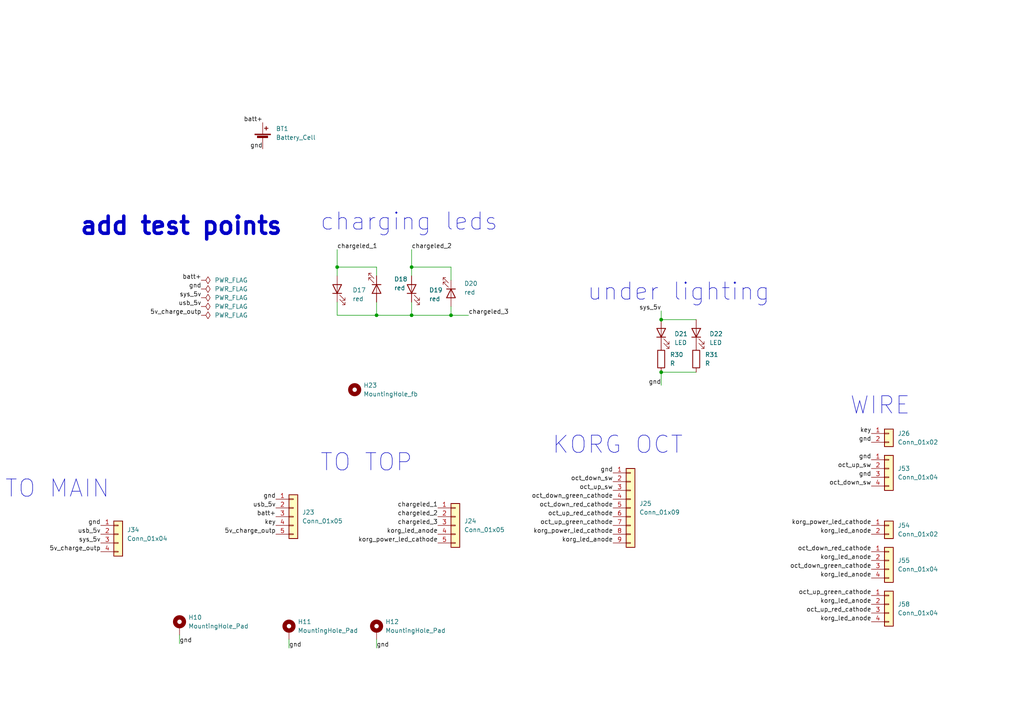
<source format=kicad_sch>
(kicad_sch (version 20211123) (generator eeschema)
  (paper "A4")
  (lib_symbols
    (symbol "Connector_Generic:Conn_01x02" (pin_names (offset 1.016) hide)
      (property "Reference" "J" (at 0 2.54 0))
      (property "Value" "Conn_01x02" (at 0 -5.08 0))
      (symbol "Conn_01x02_1_1"
        (rectangle (start -1.27 -2.413) (end 0 -2.667) (stroke (width 0.1524)))
        (rectangle (start -1.27 0.127) (end 0 -0.127) (stroke (width 0.1524)))
        (rectangle (start -1.27 1.27) (end 1.27 -3.81) (stroke (width 0.254)) (fill (type background)))
        (pin passive line (at -5.08 0 0) (length 3.81) (name "Pin_1") (number "1"))
        (pin passive line (at -5.08 -2.54 0) (length 3.81) (name "Pin_2") (number "2"))
      )
    )
    (symbol "Connector_Generic:Conn_01x04" (pin_names (offset 1.016) hide)
      (property "Reference" "J" (at 0 5.08 0))
      (property "Value" "Conn_01x04" (at 0 -7.62 0))
      (symbol "Conn_01x04_1_1"
        (rectangle (start -1.27 -4.953) (end 0 -5.207) (stroke (width 0.1524)))
        (rectangle (start -1.27 -2.413) (end 0 -2.667) (stroke (width 0.1524)))
        (rectangle (start -1.27 0.127) (end 0 -0.127) (stroke (width 0.1524)))
        (rectangle (start -1.27 2.667) (end 0 2.413) (stroke (width 0.1524)))
        (rectangle (start -1.27 3.81) (end 1.27 -6.35) (stroke (width 0.254)) (fill (type background)))
        (pin passive line (at -5.08 2.54 0) (length 3.81) (name "Pin_1") (number "1"))
        (pin passive line (at -5.08 0 0) (length 3.81) (name "Pin_2") (number "2"))
        (pin passive line (at -5.08 -2.54 0) (length 3.81) (name "Pin_3") (number "3"))
        (pin passive line (at -5.08 -5.08 0) (length 3.81) (name "Pin_4") (number "4"))
      )
    )
    (symbol "Connector_Generic:Conn_01x05" (pin_names (offset 1.016) hide)
      (property "Reference" "J" (at 0 7.62 0))
      (property "Value" "Conn_01x05" (at 0 -7.62 0))
      (symbol "Conn_01x05_1_1"
        (rectangle (start -1.27 -4.953) (end 0 -5.207) (stroke (width 0.1524)))
        (rectangle (start -1.27 -2.413) (end 0 -2.667) (stroke (width 0.1524)))
        (rectangle (start -1.27 0.127) (end 0 -0.127) (stroke (width 0.1524)))
        (rectangle (start -1.27 2.667) (end 0 2.413) (stroke (width 0.1524)))
        (rectangle (start -1.27 5.207) (end 0 4.953) (stroke (width 0.1524)))
        (rectangle (start -1.27 6.35) (end 1.27 -6.35) (stroke (width 0.254)) (fill (type background)))
        (pin passive line (at -5.08 5.08 0) (length 3.81) (name "Pin_1") (number "1"))
        (pin passive line (at -5.08 2.54 0) (length 3.81) (name "Pin_2") (number "2"))
        (pin passive line (at -5.08 0 0) (length 3.81) (name "Pin_3") (number "3"))
        (pin passive line (at -5.08 -2.54 0) (length 3.81) (name "Pin_4") (number "4"))
        (pin passive line (at -5.08 -5.08 0) (length 3.81) (name "Pin_5") (number "5"))
      )
    )
    (symbol "Connector_Generic:Conn_01x09" (pin_names (offset 1.016) hide)
      (property "Reference" "J" (at 0 12.7 0))
      (property "Value" "Conn_01x09" (at 0 -12.7 0))
      (symbol "Conn_01x09_1_1"
        (rectangle (start -1.27 -10.033) (end 0 -10.287) (stroke (width 0.1524)))
        (rectangle (start -1.27 -7.493) (end 0 -7.747) (stroke (width 0.1524)))
        (rectangle (start -1.27 -4.953) (end 0 -5.207) (stroke (width 0.1524)))
        (rectangle (start -1.27 -2.413) (end 0 -2.667) (stroke (width 0.1524)))
        (rectangle (start -1.27 0.127) (end 0 -0.127) (stroke (width 0.1524)))
        (rectangle (start -1.27 2.667) (end 0 2.413) (stroke (width 0.1524)))
        (rectangle (start -1.27 5.207) (end 0 4.953) (stroke (width 0.1524)))
        (rectangle (start -1.27 7.747) (end 0 7.493) (stroke (width 0.1524)))
        (rectangle (start -1.27 10.287) (end 0 10.033) (stroke (width 0.1524)))
        (rectangle (start -1.27 11.43) (end 1.27 -11.43) (stroke (width 0.254)) (fill (type background)))
        (pin passive line (at -5.08 10.16 0) (length 3.81) (name "Pin_1") (number "1"))
        (pin passive line (at -5.08 7.62 0) (length 3.81) (name "Pin_2") (number "2"))
        (pin passive line (at -5.08 5.08 0) (length 3.81) (name "Pin_3") (number "3"))
        (pin passive line (at -5.08 2.54 0) (length 3.81) (name "Pin_4") (number "4"))
        (pin passive line (at -5.08 0 0) (length 3.81) (name "Pin_5") (number "5"))
        (pin passive line (at -5.08 -2.54 0) (length 3.81) (name "Pin_6") (number "6"))
        (pin passive line (at -5.08 -5.08 0) (length 3.81) (name "Pin_7") (number "7"))
        (pin passive line (at -5.08 -7.62 0) (length 3.81) (name "Pin_8") (number "8"))
        (pin passive line (at -5.08 -10.16 0) (length 3.81) (name "Pin_9") (number "9"))
      )
    )
    (symbol "Device:Battery_Cell" (pin_numbers hide) (pin_names (offset 0) hide)
      (property "Reference" "BT" (at 2.54 2.54 0))
      (property "Value" "Battery_Cell" (at 2.54 0 0))
      (symbol "Battery_Cell_0_1"
        (rectangle (start -2.286 1.778) (end 2.286 1.524) (fill (type outline)))
        (rectangle (start -1.5748 1.1938) (end 1.4732 0.6858) (fill (type outline)))
        (polyline (pts (xy 0 0.762) (xy 0 0)))
        (polyline (pts (xy 0 1.778) (xy 0 2.54)))
        (polyline (pts (xy 0.508 3.429) (xy 1.524 3.429)) (stroke (width 0.254)))
        (polyline (pts (xy 1.016 3.937) (xy 1.016 2.921)) (stroke (width 0.254)))
      )
      (symbol "Battery_Cell_1_1"
        (pin passive line (at 0 5.08 270) (length 2.54) (name "+") (number "1"))
        (pin passive line (at 0 -2.54 90) (length 2.54) (name "-") (number "2"))
      )
    )
    (symbol "Device:LED" (pin_numbers hide) (pin_names (offset 1.016) hide)
      (property "Reference" "D" (at 0 2.54 0))
      (property "Value" "LED" (at 0 -2.54 0))
      (symbol "LED_0_1"
        (polyline (pts (xy -1.27 -1.27) (xy -1.27 1.27)) (stroke (width 0.254)))
        (polyline (pts (xy -1.27 0) (xy 1.27 0)))
        (polyline (pts (xy 1.27 -1.27) (xy 1.27 1.27) (xy -1.27 0) (xy 1.27 -1.27)) (stroke (width 0.254)))
        (polyline (pts (xy -3.048 -0.762) (xy -4.572 -2.286) (xy -3.81 -2.286) (xy -4.572 -2.286) (xy -4.572 -1.524)))
        (polyline (pts (xy -1.778 -0.762) (xy -3.302 -2.286) (xy -2.54 -2.286) (xy -3.302 -2.286) (xy -3.302 -1.524)))
      )
      (symbol "LED_1_1"
        (pin passive line (at -3.81 0 0) (length 2.54) (name "K") (number "1"))
        (pin passive line (at 3.81 0 180) (length 2.54) (name "A") (number "2"))
      )
    )
    (symbol "Device:R" (pin_numbers hide) (pin_names (offset 0))
      (property "Reference" "R" (at 2.032 0 90))
      (property "Value" "R" (at 0 0 90))
      (symbol "R_0_1"
        (rectangle (start -1.016 -2.54) (end 1.016 2.54) (stroke (width 0.254)))
      )
      (symbol "R_1_1"
        (pin passive line (at 0 3.81 270) (length 1.27) (name "~") (number "1"))
        (pin passive line (at 0 -3.81 90) (length 1.27) (name "~") (number "2"))
      )
    )
    (symbol "Mechanical:MountingHole" (pin_names (offset 1.016))
      (property "Reference" "H" (at 0 5.08 0))
      (property "Value" "MountingHole" (at 0 3.175 0))
      (symbol "MountingHole_0_1"
        (circle (center 0 0) (radius 1.27) (stroke (width 1.27)))
      )
    )
    (symbol "Mechanical:MountingHole_Pad" (pin_numbers hide) (pin_names (offset 1.016) hide)
      (property "Reference" "H" (at 0 6.35 0))
      (property "Value" "MountingHole_Pad" (at 0 4.445 0))
      (symbol "MountingHole_Pad_0_1"
        (circle (center 0 1.27) (radius 1.27) (stroke (width 1.27)))
      )
      (symbol "MountingHole_Pad_1_1"
        (pin input line (at 0 -2.54 90) (length 2.54) (name "1") (number "1"))
      )
    )
    (symbol "power:PWR_FLAG" (power) (pin_numbers hide) (pin_names (offset 0) hide)
      (property "Value" "PWR_FLAG" (at 0 3.81 0))
      (symbol "PWR_FLAG_0_0"
        (pin power_out line (at 0 0 90) (length 0) (name "pwr") (number "1"))
      )
      (symbol "PWR_FLAG_0_1"
        (polyline (pts (xy 0 0) (xy 0 1.27) (xy -1.016 1.905) (xy 0 2.54) (xy 1.016 1.905) (xy 0 1.27)))
      )
    )
  )
  (junction (at 191.77 107.95))
  (junction (at 119.38 77.47))
  (junction (at 109.22 91.44))
  (junction (at 97.79 77.47))
  (junction (at 191.77 92.71))
  (junction (at 130.81 91.44))
  (junction (at 119.38 91.44))
  (wire (pts (xy 191.77 90.17) (xy 191.77 92.71)))
  (wire (pts (xy 97.79 87.63) (xy 97.79 91.44)))
  (wire (pts (xy 119.38 91.44) (xy 130.81 91.44)))
  (wire (pts (xy 191.77 92.71) (xy 201.93 92.71)))
  (wire (pts (xy 191.77 107.95) (xy 201.93 107.95)))
  (wire (pts (xy 109.22 91.44) (xy 119.38 91.44)))
  (wire (pts (xy 109.22 187.96) (xy 109.22 185.42)))
  (wire (pts (xy 119.38 87.63) (xy 119.38 91.44)))
  (wire (pts (xy 109.22 77.47) (xy 97.79 77.47)))
  (wire (pts (xy 109.22 80.01) (xy 109.22 77.47)))
  (wire (pts (xy 119.38 72.39) (xy 119.38 77.47)))
  (wire (pts (xy 97.79 91.44) (xy 109.22 91.44)))
  (wire (pts (xy 130.81 88.9) (xy 130.81 91.44)))
  (wire (pts (xy 130.81 81.28) (xy 130.81 77.47)))
  (wire (pts (xy 191.77 111.76) (xy 191.77 107.95)))
  (wire (pts (xy 119.38 77.47) (xy 130.81 77.47)))
  (wire (pts (xy 97.79 77.47) (xy 97.79 72.39)))
  (wire (pts (xy 52.07 186.69) (xy 52.07 184.15)))
  (wire (pts (xy 130.81 91.44) (xy 135.89 91.44)))
  (wire (pts (xy 119.38 77.47) (xy 119.38 80.01)))
  (wire (pts (xy 83.82 187.96) (xy 83.82 185.42)))
  (wire (pts (xy 97.79 80.01) (xy 97.79 77.47)))
  (wire (pts (xy 109.22 87.63) (xy 109.22 91.44)))
  (text "under lighting" (at 170.18 87.63 0) (effects (font (size 5 5)) (justify left bottom)))
  (text "add test points" (at 22.86 68.58 0) (effects (font (size 5 5) (thickness 1) bold) (justify left bottom)))
  (text "TO MAIN" (at 1.27 144.78 0) (effects (font (size 5 5)) (justify left bottom)))
  (text "charging leds" (at 92.71 67.31 0) (effects (font (size 5 5)) (justify left bottom)))
  (text "WIRE" (at 246.38 120.65 0) (effects (font (size 5 5)) (justify left bottom)))
  (text "TO TOP" (at 92.71 137.16 0) (effects (font (size 5 5)) (justify left bottom)))
  (text "KORG OCT" (at 160.02 132.08 0) (effects (font (size 5 5)) (justify left bottom)))
  (label "sys_5v" (at 58.42 86.36 180))
  (label "korg_led_anode" (at 252.73 167.64 180))
  (label "oct_up_green_cathode" (at 252.73 172.72 180))
  (label "batt+" (at 76.2 35.56 180))
  (label "gnd" (at 252.73 133.35 180))
  (label "gnd" (at 109.22 187.96 0))
  (label "oct_down_sw" (at 177.8 139.7 180))
  (label "oct_up_sw" (at 177.8 142.24 180))
  (label "korg_led_anode" (at 127 154.94 180))
  (label "oct_down_sw" (at 252.73 140.97 180))
  (label "korg_power_led_cathode" (at 252.73 152.4 180))
  (label "korg_power_led_cathode" (at 127 157.48 180))
  (label "chargeled_2" (at 127 149.86 180))
  (label "chargeled_1" (at 127 147.32 180))
  (label "oct_up_green_cathode" (at 177.8 152.4 180))
  (label "korg_led_anode" (at 252.73 154.94 180))
  (label "sys_5v" (at 191.77 90.17 180))
  (label "oct_down_red_cathode" (at 252.73 160.02 180))
  (label "gnd" (at 252.73 128.27 180))
  (label "gnd" (at 191.77 111.76 180))
  (label "5v_charge_outp" (at 58.42 91.44 180))
  (label "5v_charge_outp" (at 29.21 160.02 180))
  (label "usb_5v" (at 29.21 154.94 180))
  (label "chargeled_3" (at 135.89 91.44 0))
  (label "oct_up_sw" (at 252.73 135.89 180))
  (label "gnd" (at 177.8 137.16 180))
  (label "usb_5v" (at 80.01 147.32 180))
  (label "chargeled_2" (at 119.38 72.39 0))
  (label "chargeled_1" (at 97.79 72.39 0))
  (label "oct_down_red_cathode" (at 177.8 147.32 180))
  (label "oct_down_green_cathode" (at 177.8 144.78 180))
  (label "gnd" (at 252.73 138.43 180))
  (label "oct_down_green_cathode" (at 252.73 165.1 180))
  (label "korg_led_anode" (at 177.8 157.48 180))
  (label "chargeled_3" (at 127 152.4 180))
  (label "gnd" (at 29.21 152.4 180))
  (label "key" (at 252.73 125.73 180))
  (label "korg_led_anode" (at 252.73 162.56 180))
  (label "gnd" (at 76.2 43.18 180))
  (label "key" (at 80.01 152.4 180))
  (label "oct_up_red_cathode" (at 252.73 177.8 180))
  (label "batt+" (at 80.01 149.86 180))
  (label "korg_led_anode" (at 252.73 180.34 180))
  (label "sys_5v" (at 29.21 157.48 180))
  (label "batt+" (at 58.42 81.28 180))
  (label "korg_led_anode" (at 252.73 175.26 180))
  (label "usb_5v" (at 58.42 88.9 180))
  (label "oct_up_red_cathode" (at 177.8 149.86 180))
  (label "korg_power_led_cathode" (at 177.8 154.94 180))
  (label "gnd" (at 80.01 144.78 180))
  (label "5v_charge_outp" (at 80.01 154.94 180))
  (label "gnd" (at 83.82 187.96 0))
  (label "gnd" (at 52.07 186.69 0))
  (label "gnd" (at 58.42 83.82 180))
  (symbol (lib_id "Connector_Generic:Conn_01x05") (at 132.08 152.4 0) (unit 1)
    (property "Reference" "J24" (at 134.62 151.1299 0) (effects (justify left)))
    (property "Value" "Conn_01x05" (at 134.62 153.6699 0) (effects (justify left)))
    (property "Footprint" "Connector_PinSocket_2.54mm:PinSocket_1x05_P2.54mm_Vertical" (effects hide))
    (property "LCSC" "C50950" (effects hide))
    (property "LCSC part number" "C50950" (effects hide))
  )
  (symbol (lib_id "Mechanical:MountingHole") (at 102.87 113.03 0) (unit 1) (in_bom no)
    (property "Reference" "H23" (at 105.41 111.7599 0) (effects (justify left)))
    (property "Value" "MountingHole_fb" (at 105.41 114.2999 0) (effects (justify left)))
    (property "Footprint" "MountingHole:MountingHole_5.3mm_M5" (effects hide))
  )
  (symbol (lib_id "Connector_Generic:Conn_01x04") (at 257.81 162.56 0) (unit 1) (in_bom no)
    (property "Reference" "J55" (at 260.35 162.5599 0) (effects (justify left)))
    (property "Value" "Conn_01x04" (at 260.35 165.0999 0) (effects (justify left)))
    (property "Footprint" "Connector_JST:JST_PH_B4B-PH-K_1x04_P2.00mm_Vertical" (effects hide))
  )
  (symbol (lib_id "Connector_Generic:Conn_01x02") (at 257.81 125.73 0) (unit 1) (in_bom no)
    (property "Reference" "J26" (at 260.35 125.7299 0) (effects (justify left)))
    (property "Value" "Conn_01x02" (at 260.35 128.2699 0) (effects (justify left)))
    (property "Footprint" "Connector_JST:JST_PH_B2B-PH-K_1x02_P2.00mm_Vertical" (effects hide))
  )
  (symbol (lib_id "Connector_Generic:Conn_01x05") (at 85.09 149.86 0) (unit 1)
    (property "Reference" "J23" (at 87.63 148.5899 0) (effects (justify left)))
    (property "Value" "Conn_01x05" (at 87.63 151.1299 0) (effects (justify left)))
    (property "Footprint" "Connector_PinSocket_2.54mm:PinSocket_1x05_P2.54mm_Vertical" (effects hide))
    (property "LCSC" "C50950" (effects hide))
    (property "LCSC part number" "C50950" (effects hide))
  )
  (symbol (lib_id "power:PWR_FLAG") (at 58.42 91.44 270) (unit 1)
    (property "Reference" "#FLG06" (effects hide))
    (property "Value" "PWR_FLAG" (at 62.23 91.4399 90) (effects (justify left)))
  )
  (symbol (lib_id "Connector_Generic:Conn_01x04") (at 34.29 154.94 0) (unit 1) (in_bom no)
    (property "Reference" "J34" (at 36.83 153.6699 0) (effects (justify left)))
    (property "Value" "Conn_01x04" (at 36.83 156.2099 0) (effects (justify left)))
    (property "Footprint" "Connector_JST:JST_PH_B4B-PH-K_1x04_P2.00mm_Vertical" (effects hide))
  )
  (symbol (lib_id "Device:R") (at 201.93 104.14 0) (unit 1) (in_bom no)
    (property "Reference" "R31" (at 204.47 102.8699 0) (effects (justify left)))
    (property "Value" "R" (at 204.47 105.4099 0) (effects (justify left)))
    (property "Footprint" "Resistor_THT:R_Axial_Power_L25.0mm_W9.0mm_P27.94mm" (effects hide))
  )
  (symbol (lib_id "Device:LED") (at 191.77 96.52 90) (unit 1) (in_bom no)
    (property "Reference" "D21" (at 195.58 96.8374 90) (effects (justify right)))
    (property "Value" "LED" (at 195.58 99.3774 90) (effects (justify right)))
    (property "Footprint" "clarinoid2:LED_D5.0mm_withbottomtext" (effects hide))
  )
  (symbol (lib_id "Connector_Generic:Conn_01x02") (at 257.81 152.4 0) (unit 1) (in_bom no)
    (property "Reference" "J54" (at 260.35 152.3999 0) (effects (justify left)))
    (property "Value" "Conn_01x02" (at 260.35 154.9399 0) (effects (justify left)))
    (property "Footprint" "Connector_JST:JST_PH_B2B-PH-K_1x02_P2.00mm_Vertical" (effects hide))
  )
  (symbol (lib_id "Connector_Generic:Conn_01x09") (at 182.88 147.32 0) (unit 1) (in_bom no)
    (property "Reference" "J25" (at 185.42 146.0499 0) (effects (justify left)))
    (property "Value" "Conn_01x09" (at 185.42 148.5899 0) (effects (justify left)))
    (property "Footprint" "Connector_JST:JST_PH_B9B-PH-K_1x09_P2.00mm_Vertical" (effects hide))
  )
  (symbol (lib_id "Device:R") (at 191.77 104.14 0) (unit 1) (in_bom no)
    (property "Reference" "R30" (at 194.31 102.8699 0) (effects (justify left)))
    (property "Value" "R" (at 194.31 105.4099 0) (effects (justify left)))
    (property "Footprint" "Resistor_THT:R_Axial_Power_L25.0mm_W9.0mm_P27.94mm" (effects hide))
  )
  (symbol (lib_id "Mechanical:MountingHole_Pad") (at 83.82 182.88 0) (unit 1) (in_bom no)
    (property "Reference" "H11" (at 86.36 180.3399 0) (effects (justify left)))
    (property "Value" "MountingHole_Pad" (at 86.36 182.8799 0) (effects (justify left)))
    (property "Footprint" "MountingHole:MountingHole_3.2mm_M3_Pad_Via" (effects hide))
  )
  (symbol (lib_id "Connector_Generic:Conn_01x04") (at 257.81 175.26 0) (unit 1) (in_bom no)
    (property "Reference" "J58" (at 260.35 175.2599 0) (effects (justify left)))
    (property "Value" "Conn_01x04" (at 260.35 177.7999 0) (effects (justify left)))
    (property "Footprint" "Connector_JST:JST_PH_B4B-PH-K_1x04_P2.00mm_Vertical" (effects hide))
  )
  (symbol (lib_id "power:PWR_FLAG") (at 58.42 86.36 270) (unit 1)
    (property "Reference" "#FLG04" (effects hide))
    (property "Value" "PWR_FLAG" (at 62.23 86.3599 90) (effects (justify left)))
  )
  (symbol (lib_id "Device:LED") (at 119.38 83.82 90) (unit 1)
    (property "Reference" "D19" (at 124.46 84.1374 90) (effects (justify right)))
    (property "Value" "red" (at 124.46 86.6774 90) (effects (justify right)))
    (property "Footprint" "LED_SMD:LED_0805_2012Metric" (effects hide))
    (property "LCSC part number" "C264424" (effects hide))
    (property "LCSC" "C264424" (effects hide))
  )
  (symbol (lib_id "power:PWR_FLAG") (at 58.42 81.28 270) (unit 1)
    (property "Reference" "#FLG02" (effects hide))
    (property "Value" "PWR_FLAG" (at 62.23 81.2799 90) (effects (justify left)))
  )
  (symbol (lib_id "Device:LED") (at 130.81 85.09 270) (unit 1)
    (property "Reference" "D20" (at 134.62 82.2324 90) (effects (justify left)))
    (property "Value" "red" (at 134.62 84.7724 90) (effects (justify left)))
    (property "Footprint" "LED_SMD:LED_0805_2012Metric" (effects hide))
    (property "LCSC part number" "C264424" (effects hide))
    (property "LCSC" "C264424" (effects hide))
  )
  (symbol (lib_id "Device:Battery_Cell") (at 76.2 40.64 0) (unit 1) (in_bom no)
    (property "Reference" "BT1" (at 80.01 37.3379 0) (effects (justify left)))
    (property "Value" "Battery_Cell" (at 80.01 39.8779 0) (effects (justify left)))
    (property "Footprint" "Battery:BatteryHolder_Keystone_1042_1x18650" (effects hide))
  )
  (symbol (lib_id "power:PWR_FLAG") (at 58.42 88.9 270) (unit 1)
    (property "Reference" "#FLG05" (effects hide))
    (property "Value" "PWR_FLAG" (at 62.23 88.8999 90) (effects (justify left)))
  )
  (symbol (lib_id "Device:LED") (at 201.93 96.52 90) (unit 1) (in_bom no)
    (property "Reference" "D22" (at 205.74 96.8374 90) (effects (justify right)))
    (property "Value" "LED" (at 205.74 99.3774 90) (effects (justify right)))
    (property "Footprint" "clarinoid2:LED_D5.0mm_withbottomtext" (effects hide))
  )
  (symbol (lib_id "Mechanical:MountingHole_Pad") (at 109.22 182.88 0) (unit 1) (in_bom no)
    (property "Reference" "H12" (at 111.76 180.3399 0) (effects (justify left)))
    (property "Value" "MountingHole_Pad" (at 111.76 182.8799 0) (effects (justify left)))
    (property "Footprint" "MountingHole:MountingHole_3.2mm_M3_Pad_Via" (effects hide))
  )
  (symbol (lib_id "Connector_Generic:Conn_01x04") (at 257.81 135.89 0) (unit 1) (in_bom no)
    (property "Reference" "J53" (at 260.35 135.8899 0) (effects (justify left)))
    (property "Value" "Conn_01x04" (at 260.35 138.4299 0) (effects (justify left)))
    (property "Footprint" "Connector_JST:JST_PH_B4B-PH-K_1x04_P2.00mm_Vertical" (effects hide))
  )
  (symbol (lib_id "Mechanical:MountingHole_Pad") (at 52.07 181.61 0) (unit 1) (in_bom no)
    (property "Reference" "H10" (at 54.61 179.0699 0) (effects (justify left)))
    (property "Value" "MountingHole_Pad" (at 54.61 181.6099 0) (effects (justify left)))
    (property "Footprint" "MountingHole:MountingHole_3.2mm_M3_Pad_Via" (effects hide))
  )
  (symbol (lib_id "power:PWR_FLAG") (at 58.42 83.82 270) (unit 1)
    (property "Reference" "#FLG03" (effects hide))
    (property "Value" "PWR_FLAG" (at 62.23 83.8199 90) (effects (justify left)))
  )
  (symbol (lib_id "Device:LED") (at 97.79 83.82 90) (unit 1)
    (property "Reference" "D17" (at 102.235 84.1374 90) (effects (justify right)))
    (property "Value" "red" (at 102.235 86.6774 90) (effects (justify right)))
    (property "Footprint" "LED_SMD:LED_0805_2012Metric" (effects hide))
    (property "LCSC part number" "C264424" (effects hide))
    (property "LCSC" "C264424" (effects hide))
  )
  (symbol (lib_id "Device:LED") (at 109.22 83.82 270) (unit 1)
    (property "Reference" "D18" (at 114.3 80.9624 90) (effects (justify left)))
    (property "Value" "red" (at 114.3 83.5024 90) (effects (justify left)))
    (property "Footprint" "LED_SMD:LED_0805_2012Metric" (effects hide))
    (property "LCSC part number" "C264424" (effects hide))
    (property "LCSC" "C264424" (effects hide))
  )
)
</source>
